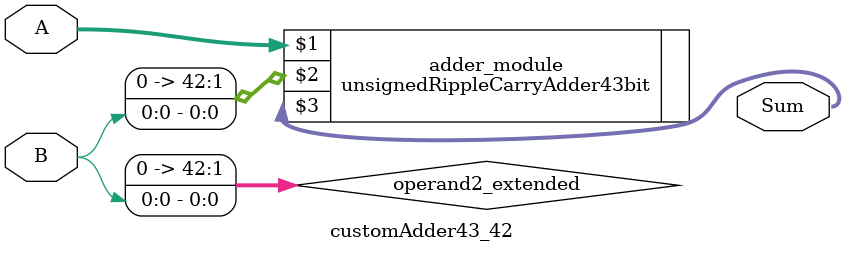
<source format=v>
module customAdder43_42(
                        input [42 : 0] A,
                        input [0 : 0] B,
                        
                        output [43 : 0] Sum
                );

        wire [42 : 0] operand2_extended;
        
        assign operand2_extended =  {42'b0, B};
        
        unsignedRippleCarryAdder43bit adder_module(
            A,
            operand2_extended,
            Sum
        );
        
        endmodule
        
</source>
